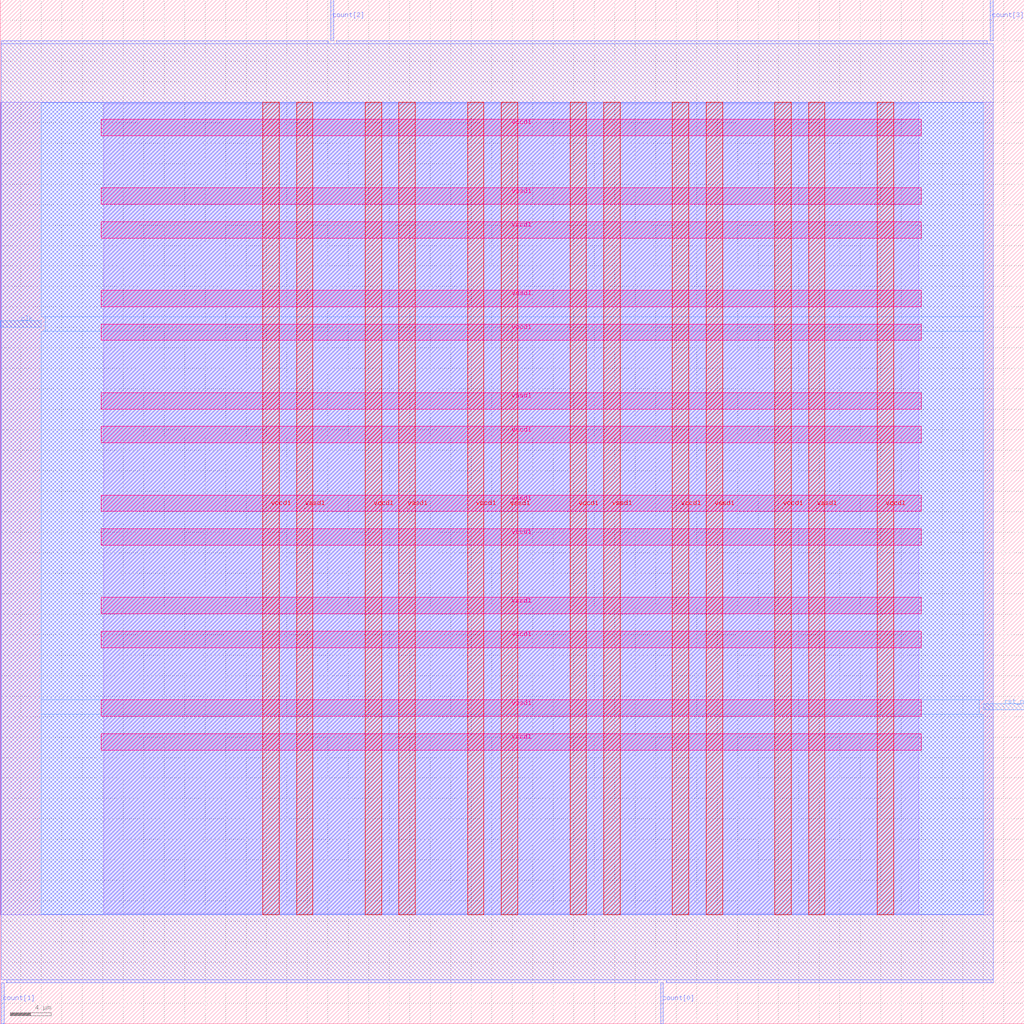
<source format=lef>
VERSION 5.7 ;
  NOWIREEXTENSIONATPIN ON ;
  DIVIDERCHAR "/" ;
  BUSBITCHARS "[]" ;
MACRO counter
  CLASS BLOCK ;
  FOREIGN counter ;
  ORIGIN 0.000 0.000 ;
  SIZE 100.000 BY 100.000 ;
  PIN clk
    DIRECTION INPUT ;
    USE SIGNAL ;
    ANTENNAGATEAREA 0.852000 ;
    PORT
      LAYER met3 ;
        RECT 0.000 68.040 4.000 68.640 ;
    END
  END clk
  PIN count[0]
    DIRECTION OUTPUT TRISTATE ;
    USE SIGNAL ;
    ANTENNADIFFAREA 0.795200 ;
    PORT
      LAYER met2 ;
        RECT 64.490 0.000 64.770 4.000 ;
    END
  END count[0]
  PIN count[1]
    DIRECTION OUTPUT TRISTATE ;
    USE SIGNAL ;
    ANTENNADIFFAREA 0.795200 ;
    PORT
      LAYER met2 ;
        RECT 0.090 0.000 0.370 4.000 ;
    END
  END count[1]
  PIN count[2]
    DIRECTION OUTPUT TRISTATE ;
    USE SIGNAL ;
    ANTENNADIFFAREA 0.795200 ;
    PORT
      LAYER met2 ;
        RECT 32.290 96.000 32.570 100.000 ;
    END
  END count[2]
  PIN count[3]
    DIRECTION OUTPUT TRISTATE ;
    USE SIGNAL ;
    ANTENNADIFFAREA 0.795200 ;
    PORT
      LAYER met2 ;
        RECT 96.690 96.000 96.970 100.000 ;
    END
  END count[3]
  PIN rst_n
    DIRECTION INPUT ;
    USE SIGNAL ;
    ANTENNAGATEAREA 0.213000 ;
    PORT
      LAYER met3 ;
        RECT 96.000 30.640 100.000 31.240 ;
    END
  END rst_n
  PIN vccd1
    DIRECTION INOUT ;
    USE POWER ;
    PORT
      LAYER met4 ;
        RECT 25.640 10.640 27.240 90.000 ;
    END
    PORT
      LAYER met4 ;
        RECT 35.640 10.640 37.240 90.000 ;
    END
    PORT
      LAYER met4 ;
        RECT 45.640 10.640 47.240 90.000 ;
    END
    PORT
      LAYER met4 ;
        RECT 55.640 10.640 57.240 90.000 ;
    END
    PORT
      LAYER met4 ;
        RECT 65.640 10.640 67.240 90.000 ;
    END
    PORT
      LAYER met4 ;
        RECT 75.640 10.640 77.240 90.000 ;
    END
    PORT
      LAYER met4 ;
        RECT 85.640 10.640 87.240 90.000 ;
    END
    PORT
      LAYER met5 ;
        RECT 9.880 26.730 89.940 28.330 ;
    END
    PORT
      LAYER met5 ;
        RECT 9.880 36.730 89.940 38.330 ;
    END
    PORT
      LAYER met5 ;
        RECT 9.880 46.730 89.940 48.330 ;
    END
    PORT
      LAYER met5 ;
        RECT 9.880 56.730 89.940 58.330 ;
    END
    PORT
      LAYER met5 ;
        RECT 9.880 66.730 89.940 68.330 ;
    END
    PORT
      LAYER met5 ;
        RECT 9.880 76.730 89.940 78.330 ;
    END
    PORT
      LAYER met5 ;
        RECT 9.880 86.730 89.940 88.330 ;
    END
  END vccd1
  PIN vssd1
    DIRECTION INOUT ;
    USE GROUND ;
    PORT
      LAYER met4 ;
        RECT 28.940 10.640 30.540 90.000 ;
    END
    PORT
      LAYER met4 ;
        RECT 38.940 10.640 40.540 90.000 ;
    END
    PORT
      LAYER met4 ;
        RECT 48.940 10.640 50.540 90.000 ;
    END
    PORT
      LAYER met4 ;
        RECT 58.940 10.640 60.540 90.000 ;
    END
    PORT
      LAYER met4 ;
        RECT 68.940 10.640 70.540 90.000 ;
    END
    PORT
      LAYER met4 ;
        RECT 78.940 10.640 80.540 90.000 ;
    END
    PORT
      LAYER met5 ;
        RECT 9.880 30.030 89.940 31.630 ;
    END
    PORT
      LAYER met5 ;
        RECT 9.880 40.030 89.940 41.630 ;
    END
    PORT
      LAYER met5 ;
        RECT 9.880 50.030 89.940 51.630 ;
    END
    PORT
      LAYER met5 ;
        RECT 9.880 60.030 89.940 61.630 ;
    END
    PORT
      LAYER met5 ;
        RECT 9.880 70.030 89.940 71.630 ;
    END
    PORT
      LAYER met5 ;
        RECT 9.880 80.030 89.940 81.630 ;
    END
  END vssd1
  OBS
      LAYER li1 ;
        RECT 10.120 10.795 89.700 89.845 ;
      LAYER met1 ;
        RECT 0.070 10.640 96.990 90.000 ;
      LAYER met2 ;
        RECT 0.100 95.720 32.010 96.000 ;
        RECT 32.850 95.720 96.410 96.000 ;
        RECT 0.100 4.280 96.960 95.720 ;
        RECT 0.650 4.000 64.210 4.280 ;
        RECT 65.050 4.000 96.960 4.280 ;
      LAYER met3 ;
        RECT 4.000 69.040 96.000 89.925 ;
        RECT 4.400 67.640 96.000 69.040 ;
        RECT 4.000 31.640 96.000 67.640 ;
        RECT 4.000 30.240 95.600 31.640 ;
        RECT 4.000 10.715 96.000 30.240 ;
  END
END counter
END LIBRARY


</source>
